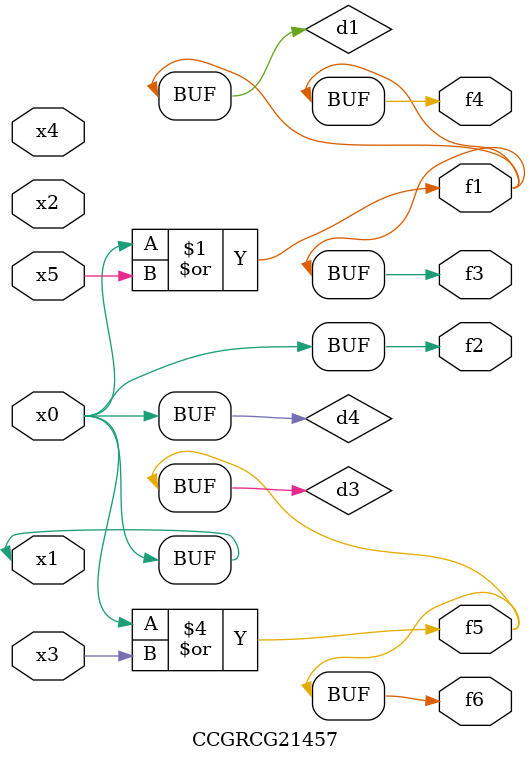
<source format=v>
module CCGRCG21457(
	input x0, x1, x2, x3, x4, x5,
	output f1, f2, f3, f4, f5, f6
);

	wire d1, d2, d3, d4;

	or (d1, x0, x5);
	xnor (d2, x1, x4);
	or (d3, x0, x3);
	buf (d4, x0, x1);
	assign f1 = d1;
	assign f2 = d4;
	assign f3 = d1;
	assign f4 = d1;
	assign f5 = d3;
	assign f6 = d3;
endmodule

</source>
